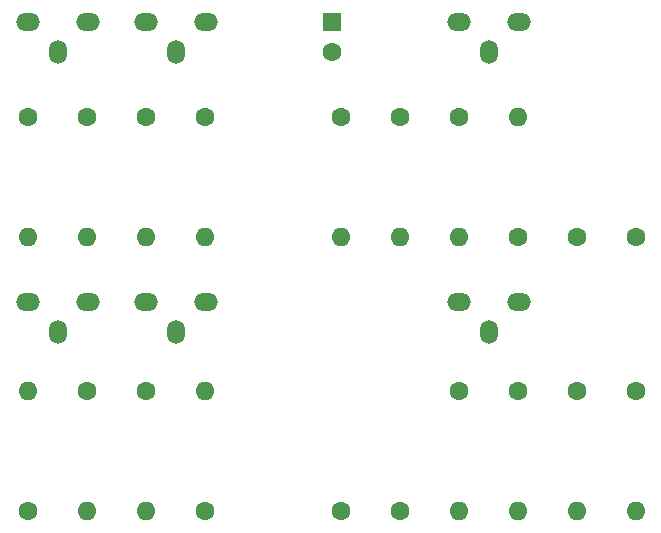
<source format=gtl>
G04 #@! TF.GenerationSoftware,KiCad,Pcbnew,(5.1.7)-1*
G04 #@! TF.CreationDate,2022-10-04T11:17:23+02:00*
G04 #@! TF.ProjectId,Impuls-Modul,496d7075-6c73-42d4-9d6f-64756c2e6b69,rev?*
G04 #@! TF.SameCoordinates,Original*
G04 #@! TF.FileFunction,Copper,L1,Top*
G04 #@! TF.FilePolarity,Positive*
%FSLAX46Y46*%
G04 Gerber Fmt 4.6, Leading zero omitted, Abs format (unit mm)*
G04 Created by KiCad (PCBNEW (5.1.7)-1) date 2022-10-04 11:17:23*
%MOMM*%
%LPD*%
G01*
G04 APERTURE LIST*
G04 #@! TA.AperFunction,ComponentPad*
%ADD10O,2.000000X1.500000*%
G04 #@! TD*
G04 #@! TA.AperFunction,ComponentPad*
%ADD11O,1.500000X2.000000*%
G04 #@! TD*
G04 #@! TA.AperFunction,ComponentPad*
%ADD12O,1.600000X1.600000*%
G04 #@! TD*
G04 #@! TA.AperFunction,ComponentPad*
%ADD13C,1.600000*%
G04 #@! TD*
G04 #@! TA.AperFunction,ComponentPad*
%ADD14R,1.600000X1.600000*%
G04 #@! TD*
G04 APERTURE END LIST*
D10*
X70710000Y-33800000D03*
X75790000Y-33800000D03*
D11*
X73250000Y-36340000D03*
D10*
X70710000Y-57460000D03*
X75790000Y-57460000D03*
D11*
X73250000Y-60000000D03*
D12*
X70750000Y-52000000D03*
D13*
X70750000Y-41840000D03*
D12*
X75750000Y-41840000D03*
D13*
X75750000Y-52000000D03*
X85750000Y-65000000D03*
D12*
X85750000Y-75160000D03*
D13*
X75750000Y-65000000D03*
D12*
X75750000Y-75160000D03*
X65750000Y-52000000D03*
D13*
X65750000Y-41840000D03*
D12*
X60750000Y-52000000D03*
D13*
X60750000Y-41840000D03*
X70750000Y-65000000D03*
D12*
X70750000Y-75160000D03*
D13*
X80750000Y-65000000D03*
D12*
X80750000Y-75160000D03*
D13*
X85750000Y-52000000D03*
X80750000Y-52000000D03*
X65750000Y-75160000D03*
X60750000Y-75160000D03*
D11*
X46750000Y-36340000D03*
D10*
X49290000Y-33800000D03*
X44210000Y-33800000D03*
D11*
X46750000Y-60000000D03*
D10*
X49290000Y-57460000D03*
X44210000Y-57460000D03*
D11*
X36750000Y-36340000D03*
D10*
X39290000Y-33800000D03*
X34210000Y-33800000D03*
D11*
X36750000Y-60000000D03*
D10*
X39290000Y-57460000D03*
X34210000Y-57460000D03*
D13*
X44250000Y-41840000D03*
D12*
X44250000Y-52000000D03*
D13*
X49250000Y-41840000D03*
D12*
X49250000Y-52000000D03*
D13*
X49250000Y-75160000D03*
D12*
X49250000Y-65000000D03*
D13*
X44250000Y-65000000D03*
D12*
X44250000Y-75160000D03*
D13*
X34250000Y-41840000D03*
D12*
X34250000Y-52000000D03*
D13*
X39250000Y-41840000D03*
D12*
X39250000Y-52000000D03*
D13*
X34250000Y-75160000D03*
D12*
X34250000Y-65000000D03*
D13*
X39250000Y-65000000D03*
D12*
X39250000Y-75160000D03*
D13*
X60000000Y-36300000D03*
D14*
X60000000Y-33800000D03*
M02*

</source>
